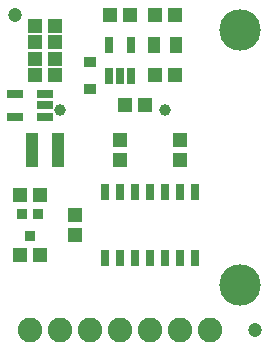
<source format=gts>
G75*
%MOIN*%
%OFA0B0*%
%FSLAX25Y25*%
%IPPOS*%
%LPD*%
%AMOC8*
5,1,8,0,0,1.08239X$1,22.5*
%
%ADD10R,0.05131X0.04737*%
%ADD11R,0.04068X0.03280*%
%ADD12R,0.05524X0.02965*%
%ADD13R,0.02965X0.05524*%
%ADD14R,0.03162X0.05524*%
%ADD15R,0.04737X0.05131*%
%ADD16C,0.04737*%
%ADD17R,0.03556X0.03556*%
%ADD18C,0.08200*%
%ADD19C,0.03950*%
%ADD20R,0.03950X0.05524*%
%ADD21C,0.13800*%
%ADD22R,0.03950X0.11430*%
D10*
X0134987Y0090000D03*
X0141680Y0090000D03*
X0141680Y0110000D03*
X0134987Y0110000D03*
X0169987Y0140000D03*
X0176680Y0140000D03*
X0179987Y0150000D03*
X0186680Y0150000D03*
X0186680Y0170000D03*
X0179987Y0170000D03*
X0171680Y0170000D03*
X0164987Y0170000D03*
X0146680Y0166500D03*
X0139987Y0166500D03*
X0139987Y0161000D03*
X0146680Y0161000D03*
X0146680Y0155500D03*
X0139987Y0155500D03*
X0139987Y0150000D03*
X0146680Y0150000D03*
D11*
X0158333Y0145472D03*
X0158333Y0154528D03*
D12*
X0143452Y0143740D03*
X0143452Y0140000D03*
X0143452Y0136260D03*
X0133215Y0136260D03*
X0133215Y0143740D03*
D13*
X0164593Y0149881D03*
X0168333Y0149881D03*
X0172073Y0149881D03*
X0172073Y0160119D03*
X0164593Y0160119D03*
D14*
X0163333Y0111024D03*
X0168333Y0111024D03*
X0173333Y0111024D03*
X0178333Y0111024D03*
X0183333Y0111024D03*
X0188333Y0111024D03*
X0193333Y0111024D03*
X0193333Y0088976D03*
X0188333Y0088976D03*
X0183333Y0088976D03*
X0178333Y0088976D03*
X0173333Y0088976D03*
X0168333Y0088976D03*
X0163333Y0088976D03*
D15*
X0153333Y0096654D03*
X0153333Y0103346D03*
X0168333Y0121654D03*
X0168333Y0128346D03*
X0188333Y0128346D03*
X0188333Y0121654D03*
D16*
X0133333Y0170000D03*
X0213333Y0065000D03*
D17*
X0140892Y0103642D03*
X0135774Y0103642D03*
X0138333Y0096358D03*
D18*
X0138333Y0065000D03*
X0148333Y0065000D03*
X0158333Y0065000D03*
X0168333Y0065000D03*
X0178333Y0065000D03*
X0188333Y0065000D03*
X0198333Y0065000D03*
D19*
X0183353Y0138504D03*
X0148314Y0138504D03*
D20*
X0179790Y0160000D03*
X0186877Y0160000D03*
D21*
X0208333Y0165000D03*
X0208333Y0080000D03*
D22*
X0147664Y0125000D03*
X0139003Y0125000D03*
M02*

</source>
